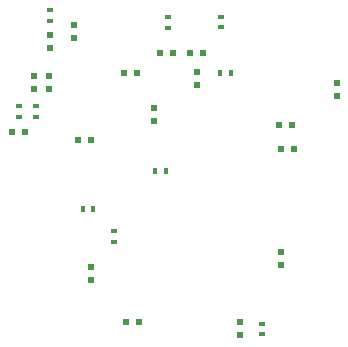
<source format=gbp>
G04 #@! TF.FileFunction,Paste,Bot*
%FSLAX46Y46*%
G04 Gerber Fmt 4.6, Leading zero omitted, Abs format (unit mm)*
G04 Created by KiCad (PCBNEW 4.0.4+dfsg1-stable) date Tue Jan  3 20:31:21 2017*
%MOMM*%
%LPD*%
G01*
G04 APERTURE LIST*
%ADD10C,0.100000*%
%ADD11R,0.600000X0.500000*%
%ADD12R,0.500000X0.600000*%
%ADD13R,0.600000X0.400000*%
%ADD14R,0.400000X0.600000*%
G04 APERTURE END LIST*
D10*
D11*
X49996000Y-49700000D03*
X51096000Y-49700000D03*
X53900000Y-44000000D03*
X55000000Y-44000000D03*
X56970000Y-42350000D03*
X58070000Y-42350000D03*
X60600000Y-42350000D03*
X59500000Y-42350000D03*
D12*
X60050000Y-43950000D03*
X60050000Y-45050000D03*
X47630000Y-40800000D03*
X47630000Y-41900000D03*
D11*
X67150000Y-50450000D03*
X68250000Y-50450000D03*
X55150000Y-65150000D03*
X54050000Y-65150000D03*
D12*
X56450000Y-47000000D03*
X56450000Y-48100000D03*
X63700000Y-65130000D03*
X63700000Y-66230000D03*
D11*
X67000000Y-48400000D03*
X68100000Y-48400000D03*
D12*
X51100000Y-61550000D03*
X51100000Y-60450000D03*
X47564040Y-44301320D03*
X47564040Y-45401320D03*
X67150000Y-59150000D03*
X67150000Y-60250000D03*
X46250000Y-44300000D03*
X46250000Y-45400000D03*
X71900000Y-44840000D03*
X71900000Y-45940000D03*
D13*
X53050000Y-58300000D03*
X53050000Y-57400000D03*
D14*
X57450000Y-52300000D03*
X56550000Y-52300000D03*
D13*
X65600000Y-65250000D03*
X65600000Y-66150000D03*
X44958000Y-47752000D03*
X44958000Y-46852000D03*
D14*
X62950000Y-44025000D03*
X62050000Y-44025000D03*
D13*
X47630000Y-38700000D03*
X47630000Y-39600000D03*
X57650000Y-39325000D03*
X57650000Y-40225000D03*
X62100000Y-39250000D03*
X62100000Y-40150000D03*
D12*
X49650000Y-39950000D03*
X49650000Y-41050000D03*
D11*
X45490000Y-49000000D03*
X44390000Y-49000000D03*
D13*
X46400000Y-46850000D03*
X46400000Y-47750000D03*
D14*
X51275000Y-55575000D03*
X50375000Y-55575000D03*
M02*

</source>
